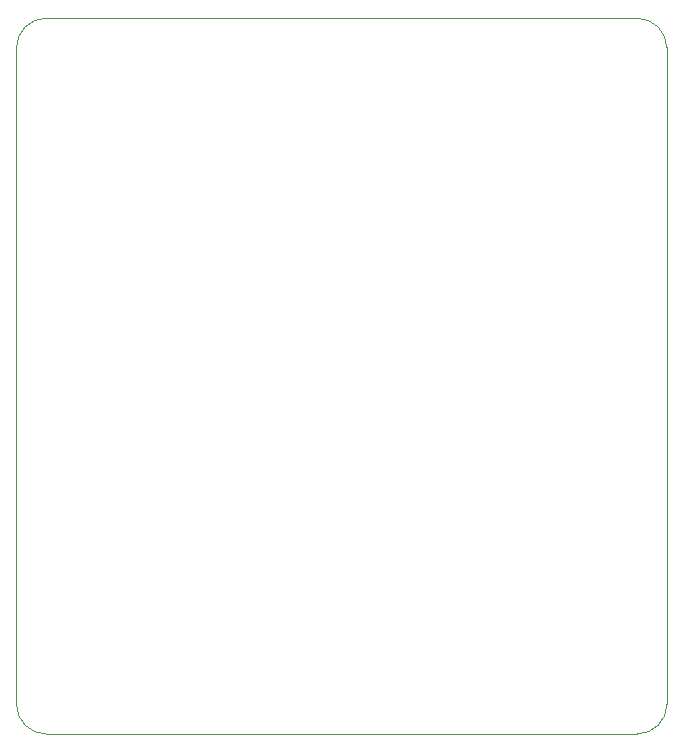
<source format=gbr>
%TF.GenerationSoftware,Altium Limited,Altium Designer,20.1.12 (249)*%
G04 Layer_Color=0*
%FSLAX26Y26*%
%MOIN*%
%TF.SameCoordinates,63403D4D-F3CE-4837-A966-4B93B91F9A20*%
%TF.FilePolarity,Positive*%
%TF.FileFunction,Profile,NP*%
%TF.Part,Single*%
G01*
G75*
%TA.AperFunction,Profile*%
%ADD28C,0.001000*%
D28*
X103858Y5000D02*
G02*
X5000Y103858I0J98858D01*
G01*
X4921Y2291339D01*
X5000Y2291698D01*
D02*
G02*
X104129Y2390827I99129J0D01*
G01*
X2073913D01*
X2073547Y2390814D01*
D02*
G02*
X2172939Y2291422I0J-99392D01*
G01*
X2173228Y2294291D01*
X2173228Y103883D01*
D02*
G02*
X2074503Y5158I-98725J0D01*
G01*
X2074503Y5000D01*
X103858D01*
%TF.MD5,790418aaf60a2b5085b3f137f962d7a0*%
M02*

</source>
